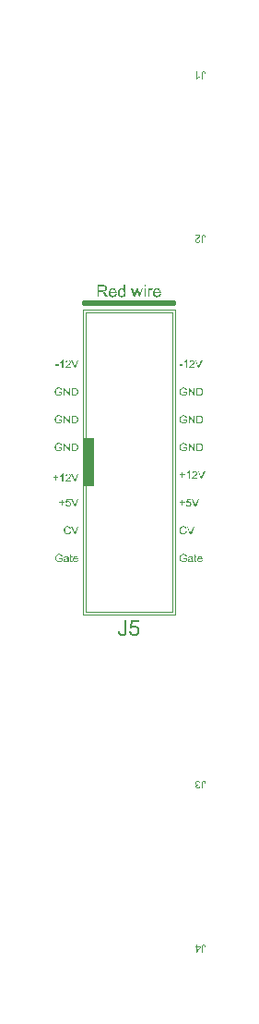
<source format=gto>
%FSLAX33Y33*%
%MOMM*%
%AMRR-H508000-W8636000-R152400-RO0.000*
21,1,8.3312,0.508,0.,0.,360*
21,1,8.636,0.2032,0.,0.,360*
1,1,0.3048,-4.1656,0.1016*
1,1,0.3048,4.1656,0.1016*
1,1,0.3048,4.1656,-0.1016*
1,1,0.3048,-4.1656,-0.1016*%
%ADD10C,0.1*%
%ADD11R,1.X4.5*%
%ADD12RR-H508000-W8636000-R152400-RO0.000*%
D10*
%LNtop silkscreen_traces*%
%LNtop silkscreen component 87c3aa100626532f*%
G01*
X3250Y36000D02*
X3250Y64000D01*
X11750Y64000*
X11750Y36000*
X3250Y36000*
X3500Y36250D02*
X3500Y63750D01*
X11500Y63750*
X11500Y36250*
X3500Y36250*
D11*
X3750Y50025D03*
D12*
X7500Y64605D03*
G36*
X6501Y34506D02*
X6672Y34530D01*
X6679Y34454D01*
X6691Y34392D01*
X6709Y34342D01*
X6734Y34305D01*
X6764Y34279D01*
X6799Y34260D01*
X6839Y34248D01*
X6885Y34245D01*
X6920Y34247D01*
X6952Y34253D01*
X6981Y34263D01*
X7008Y34277D01*
X7032Y34295D01*
X7052Y34316D01*
X7068Y34340D01*
X7080Y34366D01*
X7088Y34398D01*
X7094Y34439D01*
X7098Y34488D01*
X7099Y34545D01*
X7099Y35532D01*
X7289Y35532D01*
X7289Y34556D01*
X7286Y34471D01*
X7278Y34397D01*
X7264Y34332D01*
X7245Y34278D01*
X7220Y34231D01*
X7189Y34191D01*
X7151Y34156D01*
X7107Y34127D01*
X7058Y34105D01*
X7005Y34089D01*
X6948Y34079D01*
X6886Y34076D01*
X6797Y34082D01*
X6720Y34103D01*
X6653Y34137D01*
X6598Y34184D01*
X6554Y34245D01*
X6524Y34319D01*
X6506Y34406D01*
X6501Y34506D01*
X6501Y34506D01*
X7527Y34475D02*
X7711Y34491D01*
X7725Y34427D01*
X7746Y34373D01*
X7773Y34326D01*
X7807Y34288D01*
X7846Y34258D01*
X7889Y34237D01*
X7936Y34224D01*
X7987Y34220D01*
X8048Y34226D01*
X8104Y34244D01*
X8155Y34274D01*
X8202Y34316D01*
X8240Y34368D01*
X8268Y34427D01*
X8284Y34495D01*
X8290Y34570D01*
X8284Y34641D01*
X8268Y34704D01*
X8242Y34760D01*
X8205Y34807D01*
X8160Y34845D01*
X8108Y34872D01*
X8049Y34889D01*
X7984Y34894D01*
X7942Y34892D01*
X7903Y34884D01*
X7866Y34872D01*
X7831Y34855D01*
X7798Y34835D01*
X7770Y34811D01*
X7745Y34785D01*
X7723Y34755D01*
X7558Y34777D01*
X7697Y35512D01*
X8409Y35512D01*
X8409Y35344D01*
X7837Y35344D01*
X7760Y34959D01*
X7826Y34999D01*
X7892Y35027D01*
X7961Y35044D01*
X8031Y35049D01*
X8121Y35041D01*
X8204Y35017D01*
X8279Y34976D01*
X8347Y34919D01*
X8404Y34850D01*
X8444Y34771D01*
X8468Y34683D01*
X8476Y34585D01*
X8469Y34491D01*
X8448Y34404D01*
X8412Y34324D01*
X8363Y34249D01*
X8288Y34173D01*
X8200Y34119D01*
X8100Y34086D01*
X7987Y34076D01*
X7894Y34082D01*
X7809Y34103D01*
X7734Y34137D01*
X7668Y34185D01*
X7613Y34244D01*
X7571Y34312D01*
X7542Y34389D01*
X7527Y34475D01*
X7527Y34475D01*
X4613Y65138D02*
X4613Y66229D01*
X5097Y66229D01*
X5165Y66227D01*
X5225Y66222D01*
X5276Y66212D01*
X5319Y66200D01*
X5355Y66182D01*
X5387Y66159D01*
X5415Y66130D01*
X5440Y66096D01*
X5460Y66058D01*
X5474Y66017D01*
X5482Y65975D01*
X5485Y65931D01*
X5481Y65875D01*
X5466Y65824D01*
X5443Y65778D01*
X5410Y65736D01*
X5367Y65699D01*
X5314Y65670D01*
X5251Y65649D01*
X5215Y65642D01*
X5192Y65759D01*
X5223Y65768D01*
X5249Y65780D01*
X5272Y65795D01*
X5291Y65812D01*
X5307Y65833D01*
X5320Y65856D01*
X5329Y65880D01*
X5335Y65905D01*
X5336Y65931D01*
X5333Y65968D01*
X5322Y66002D01*
X5305Y66032D01*
X5280Y66059D01*
X5248Y66080D01*
X5208Y66096D01*
X5159Y66105D01*
X5103Y66108D01*
X4757Y66108D01*
X4757Y65747D01*
X4757Y65747D01*
X5068Y65747D01*
X5115Y65749D01*
X5156Y65753D01*
X5192Y65759D01*
X5215Y65642D01*
X5178Y65634D01*
X5205Y65621D01*
X5228Y65607D01*
X5248Y65593D01*
X5265Y65580D01*
X5296Y65549D01*
X5327Y65515D01*
X5356Y65477D01*
X5385Y65435D01*
X5575Y65138D01*
X5393Y65138D01*
X5249Y65365D01*
X5218Y65411D01*
X5191Y65452D01*
X5166Y65486D01*
X5144Y65515D01*
X5125Y65539D01*
X5106Y65560D01*
X5088Y65576D01*
X5071Y65588D01*
X5055Y65598D01*
X5038Y65606D01*
X5022Y65612D01*
X5005Y65617D01*
X4991Y65620D01*
X4973Y65621D01*
X4951Y65622D01*
X4925Y65622D01*
X4757Y65622D01*
X4757Y65138D01*
X4613Y65138D01*
X4613Y65138D01*
X6235Y65392D02*
X6374Y65375D01*
X6354Y65318D01*
X6327Y65268D01*
X6293Y65224D01*
X6252Y65187D01*
X6205Y65158D01*
X6152Y65137D01*
X6092Y65124D01*
X6026Y65120D01*
X5944Y65127D01*
X5871Y65147D01*
X5807Y65180D01*
X5751Y65227D01*
X5707Y65286D01*
X5675Y65355D01*
X5656Y65435D01*
X5650Y65526D01*
X5656Y65621D01*
X5675Y65704D01*
X5707Y65775D01*
X5752Y65836D01*
X5808Y65884D01*
X5870Y65919D01*
X5941Y65939D01*
X6019Y65946D01*
X6030Y65945D01*
X6020Y65836D01*
X5976Y65832D01*
X5935Y65821D01*
X5898Y65801D01*
X5865Y65774D01*
X5837Y65741D01*
X5816Y65702D01*
X5802Y65658D01*
X5796Y65609D01*
X5796Y65609D01*
X6237Y65609D01*
X6230Y65656D01*
X6220Y65696D01*
X6205Y65731D01*
X6186Y65759D01*
X6152Y65792D01*
X6113Y65817D01*
X6069Y65831D01*
X6020Y65836D01*
X6030Y65945D01*
X6094Y65939D01*
X6163Y65919D01*
X6224Y65885D01*
X6278Y65838D01*
X6322Y65779D01*
X6353Y65708D01*
X6372Y65627D01*
X6378Y65535D01*
X6378Y65528D01*
X6378Y65520D01*
X6378Y65510D01*
X6377Y65499D01*
X5788Y65499D01*
X5796Y65438D01*
X5810Y65384D01*
X5832Y65338D01*
X5862Y65299D01*
X5897Y65269D01*
X5936Y65248D01*
X5980Y65235D01*
X6027Y65230D01*
X6062Y65233D01*
X6095Y65240D01*
X6125Y65252D01*
X6153Y65269D01*
X6177Y65291D01*
X6199Y65319D01*
X6219Y65353D01*
X6235Y65392D01*
X6235Y65392D01*
X7055Y65138D02*
X7055Y65238D01*
X6994Y65300D01*
X6996Y65302D01*
X7022Y65343D01*
X7042Y65393D01*
X7053Y65452D01*
X7057Y65521D01*
X7053Y65597D01*
X7041Y65662D01*
X7022Y65716D01*
X6994Y65759D01*
X6961Y65793D01*
X6925Y65816D01*
X6884Y65831D01*
X6840Y65835D01*
X6798Y65831D01*
X6758Y65817D01*
X6723Y65794D01*
X6691Y65762D01*
X6665Y65721D01*
X6646Y65668D01*
X6635Y65606D01*
X6631Y65532D01*
X6631Y65532D01*
X6635Y65461D01*
X6647Y65400D01*
X6667Y65348D01*
X6695Y65305D01*
X6729Y65273D01*
X6765Y65249D01*
X6804Y65235D01*
X6846Y65230D01*
X6889Y65235D01*
X6928Y65248D01*
X6963Y65271D01*
X6994Y65300D01*
X7055Y65238D01*
X7013Y65186D01*
X6962Y65150D01*
X6902Y65127D01*
X6834Y65120D01*
X6787Y65123D01*
X6743Y65133D01*
X6700Y65149D01*
X6660Y65172D01*
X6623Y65201D01*
X6590Y65235D01*
X6561Y65274D01*
X6537Y65318D01*
X6518Y65366D01*
X6504Y65418D01*
X6496Y65473D01*
X6494Y65532D01*
X6496Y65590D01*
X6503Y65645D01*
X6516Y65698D01*
X6533Y65747D01*
X6555Y65792D01*
X6582Y65832D01*
X6614Y65866D01*
X6651Y65895D01*
X6692Y65917D01*
X6735Y65933D01*
X6780Y65943D01*
X6828Y65946D01*
X6862Y65944D01*
X6895Y65939D01*
X6926Y65929D01*
X6955Y65916D01*
X6982Y65900D01*
X7006Y65881D01*
X7027Y65861D01*
X7046Y65837D01*
X7046Y66229D01*
X7179Y66229D01*
X7179Y65138D01*
X7055Y65138D01*
X7055Y65138D01*
X7959Y65138D02*
X7717Y65928D01*
X7855Y65928D01*
X7981Y65472D01*
X8028Y65302D01*
X8032Y65317D01*
X8040Y65350D01*
X8052Y65399D01*
X8069Y65465D01*
X8195Y65928D01*
X8332Y65928D01*
X8451Y65470D01*
X8490Y65319D01*
X8536Y65471D01*
X8671Y65928D01*
X8801Y65928D01*
X8554Y65138D01*
X8415Y65138D01*
X8289Y65611D01*
X8259Y65746D01*
X8099Y65138D01*
X7959Y65138D01*
X7959Y65138D01*
X8914Y65138D02*
X8914Y65928D01*
X9048Y65928D01*
X9048Y65138D01*
X8914Y65138D01*
X8914Y65138D01*
X8914Y66075D02*
X8914Y66229D01*
X9048Y66229D01*
X9048Y66075D01*
X8914Y66075D01*
X8914Y66075D01*
X9251Y65138D02*
X9251Y65928D01*
X9371Y65928D01*
X9371Y65808D01*
X9394Y65847D01*
X9416Y65878D01*
X9436Y65902D01*
X9456Y65919D01*
X9476Y65931D01*
X9497Y65939D01*
X9519Y65944D01*
X9542Y65946D01*
X9576Y65943D01*
X9611Y65935D01*
X9645Y65922D01*
X9680Y65903D01*
X9634Y65779D01*
X9609Y65791D01*
X9585Y65800D01*
X9560Y65806D01*
X9536Y65808D01*
X9514Y65806D01*
X9494Y65801D01*
X9475Y65793D01*
X9457Y65781D01*
X9440Y65767D01*
X9427Y65750D01*
X9416Y65730D01*
X9407Y65708D01*
X9397Y65671D01*
X9390Y65633D01*
X9386Y65593D01*
X9385Y65552D01*
X9385Y65138D01*
X9251Y65138D01*
X9251Y65138D01*
X10301Y65392D02*
X10439Y65375D01*
X10419Y65318D01*
X10392Y65268D01*
X10358Y65224D01*
X10318Y65187D01*
X10270Y65158D01*
X10217Y65137D01*
X10157Y65124D01*
X10091Y65120D01*
X10009Y65127D01*
X9936Y65147D01*
X9872Y65180D01*
X9816Y65227D01*
X9772Y65286D01*
X9740Y65355D01*
X9721Y65435D01*
X9715Y65526D01*
X9721Y65621D01*
X9741Y65704D01*
X9773Y65775D01*
X9818Y65836D01*
X9873Y65884D01*
X9936Y65919D01*
X10006Y65939D01*
X10084Y65946D01*
X10095Y65945D01*
X10085Y65836D01*
X10041Y65832D01*
X10001Y65821D01*
X9964Y65801D01*
X9930Y65774D01*
X9902Y65741D01*
X9882Y65702D01*
X9868Y65658D01*
X9861Y65609D01*
X9861Y65609D01*
X10302Y65609D01*
X10296Y65656D01*
X10285Y65696D01*
X10270Y65731D01*
X10251Y65759D01*
X10217Y65792D01*
X10178Y65817D01*
X10134Y65831D01*
X10085Y65836D01*
X10095Y65945D01*
X10160Y65939D01*
X10228Y65919D01*
X10289Y65885D01*
X10343Y65838D01*
X10387Y65779D01*
X10418Y65708D01*
X10437Y65627D01*
X10443Y65535D01*
X10443Y65528D01*
X10443Y65520D01*
X10443Y65510D01*
X10443Y65499D01*
X9853Y65499D01*
X9861Y65438D01*
X9875Y65384D01*
X9898Y65338D01*
X9927Y65299D01*
X9962Y65269D01*
X10001Y65248D01*
X10045Y65235D01*
X10092Y65230D01*
X10128Y65233D01*
X10160Y65240D01*
X10191Y65252D01*
X10218Y65269D01*
X10243Y65291D01*
X10265Y65319D01*
X10284Y65353D01*
X10301Y65392D01*
X10301Y65392D01*
X12529Y41141D02*
X12529Y41227D01*
X12837Y41227D01*
X12837Y40957D01*
X12801Y40931D01*
X12765Y40908D01*
X12728Y40888D01*
X12690Y40872D01*
X12652Y40860D01*
X12614Y40851D01*
X12575Y40845D01*
X12536Y40844D01*
X12483Y40846D01*
X12433Y40855D01*
X12386Y40869D01*
X12341Y40889D01*
X12300Y40915D01*
X12264Y40946D01*
X12234Y40981D01*
X12209Y41022D01*
X12189Y41067D01*
X12175Y41114D01*
X12167Y41164D01*
X12164Y41216D01*
X12167Y41268D01*
X12175Y41319D01*
X12189Y41367D01*
X12208Y41414D01*
X12233Y41457D01*
X12263Y41495D01*
X12297Y41526D01*
X12336Y41551D01*
X12379Y41571D01*
X12426Y41585D01*
X12475Y41593D01*
X12528Y41596D01*
X12567Y41594D01*
X12603Y41589D01*
X12638Y41581D01*
X12671Y41570D01*
X12701Y41556D01*
X12728Y41540D01*
X12751Y41521D01*
X12771Y41499D01*
X12788Y41474D01*
X12803Y41446D01*
X12815Y41415D01*
X12826Y41380D01*
X12739Y41356D01*
X12730Y41382D01*
X12721Y41406D01*
X12710Y41426D01*
X12698Y41443D01*
X12685Y41458D01*
X12669Y41472D01*
X12650Y41484D01*
X12629Y41494D01*
X12606Y41503D01*
X12581Y41509D01*
X12556Y41512D01*
X12529Y41513D01*
X12497Y41512D01*
X12467Y41508D01*
X12440Y41502D01*
X12415Y41493D01*
X12392Y41482D01*
X12371Y41470D01*
X12353Y41456D01*
X12337Y41440D01*
X12323Y41424D01*
X12311Y41406D01*
X12300Y41388D01*
X12291Y41368D01*
X12279Y41334D01*
X12270Y41298D01*
X12265Y41261D01*
X12263Y41222D01*
X12265Y41175D01*
X12272Y41133D01*
X12282Y41094D01*
X12297Y41059D01*
X12315Y41029D01*
X12338Y41002D01*
X12364Y40980D01*
X12394Y40962D01*
X12427Y40948D01*
X12460Y40938D01*
X12495Y40932D01*
X12530Y40930D01*
X12561Y40932D01*
X12592Y40936D01*
X12622Y40944D01*
X12652Y40954D01*
X12680Y40967D01*
X12705Y40979D01*
X12725Y40992D01*
X12743Y41006D01*
X12743Y41141D01*
X12529Y41141D01*
X12529Y41141D01*
X13311Y40921D02*
X13286Y40901D01*
X13283Y40899D01*
X13249Y40949D01*
X13265Y40963D01*
X13278Y40980D01*
X13289Y40998D01*
X13296Y41015D01*
X13300Y41036D01*
X13303Y41060D01*
X13304Y41088D01*
X13304Y41120D01*
X13304Y41120D01*
X13276Y41111D01*
X13243Y41102D01*
X13203Y41094D01*
X13158Y41087D01*
X13132Y41083D01*
X13111Y41078D01*
X13093Y41074D01*
X13080Y41069D01*
X13069Y41063D01*
X13060Y41057D01*
X13052Y41049D01*
X13045Y41040D01*
X13039Y41030D01*
X13035Y41020D01*
X13033Y41009D01*
X13032Y40997D01*
X13034Y40980D01*
X13039Y40965D01*
X13047Y40951D01*
X13059Y40938D01*
X13074Y40927D01*
X13093Y40920D01*
X13114Y40916D01*
X13138Y40914D01*
X13164Y40915D01*
X13187Y40920D01*
X13209Y40927D01*
X13230Y40937D01*
X13249Y40949D01*
X13283Y40899D01*
X13262Y40885D01*
X13239Y40872D01*
X13216Y40861D01*
X13192Y40854D01*
X13168Y40848D01*
X13143Y40845D01*
X13117Y40844D01*
X13076Y40847D01*
X13040Y40855D01*
X13009Y40868D01*
X12984Y40887D01*
X12963Y40909D01*
X12949Y40935D01*
X12940Y40963D01*
X12937Y40995D01*
X12938Y41014D01*
X12941Y41032D01*
X12947Y41049D01*
X12955Y41066D01*
X12964Y41081D01*
X12975Y41094D01*
X12987Y41106D01*
X13001Y41117D01*
X13015Y41126D01*
X13031Y41134D01*
X13048Y41141D01*
X13065Y41146D01*
X13080Y41150D01*
X13098Y41153D01*
X13120Y41156D01*
X13144Y41160D01*
X13195Y41166D01*
X13238Y41174D01*
X13275Y41182D01*
X13304Y41190D01*
X13304Y41199D01*
X13304Y41205D01*
X13304Y41210D01*
X13304Y41214D01*
X13303Y41239D01*
X13298Y41260D01*
X13290Y41277D01*
X13279Y41291D01*
X13260Y41304D01*
X13236Y41313D01*
X13209Y41319D01*
X13177Y41321D01*
X13148Y41319D01*
X13122Y41315D01*
X13101Y41308D01*
X13084Y41299D01*
X13070Y41286D01*
X13058Y41268D01*
X13048Y41247D01*
X13040Y41221D01*
X12952Y41233D01*
X12959Y41259D01*
X12968Y41283D01*
X12979Y41304D01*
X12992Y41323D01*
X13007Y41339D01*
X13025Y41354D01*
X13046Y41366D01*
X13070Y41376D01*
X13097Y41384D01*
X13126Y41390D01*
X13157Y41394D01*
X13190Y41395D01*
X13222Y41394D01*
X13251Y41391D01*
X13277Y41386D01*
X13300Y41379D01*
X13319Y41370D01*
X13336Y41361D01*
X13350Y41350D01*
X13362Y41339D01*
X13371Y41326D01*
X13379Y41312D01*
X13385Y41296D01*
X13389Y41278D01*
X13391Y41264D01*
X13393Y41246D01*
X13394Y41223D01*
X13394Y41196D01*
X13394Y41077D01*
X13394Y41020D01*
X13395Y40975D01*
X13397Y40941D01*
X13400Y40919D01*
X13403Y40903D01*
X13408Y40887D01*
X13414Y40871D01*
X13422Y40856D01*
X13329Y40856D01*
X13323Y40870D01*
X13318Y40886D01*
X13314Y40903D01*
X13311Y40921D01*
X13311Y40921D01*
X13727Y40936D02*
X13740Y40857D01*
X13722Y40854D01*
X13704Y40851D01*
X13688Y40850D01*
X13673Y40849D01*
X13650Y40850D01*
X13630Y40853D01*
X13612Y40858D01*
X13597Y40864D01*
X13585Y40873D01*
X13574Y40882D01*
X13566Y40893D01*
X13560Y40905D01*
X13555Y40921D01*
X13551Y40944D01*
X13549Y40974D01*
X13549Y41010D01*
X13549Y41313D01*
X13483Y41313D01*
X13483Y41383D01*
X13549Y41383D01*
X13549Y41513D01*
X13638Y41567D01*
X13638Y41383D01*
X13727Y41383D01*
X13727Y41313D01*
X13638Y41313D01*
X13638Y41005D01*
X13638Y40988D01*
X13639Y40974D01*
X13640Y40963D01*
X13642Y40956D01*
X13645Y40951D01*
X13648Y40946D01*
X13653Y40942D01*
X13658Y40939D01*
X13664Y40936D01*
X13671Y40934D01*
X13679Y40933D01*
X13688Y40932D01*
X13696Y40933D01*
X13705Y40933D01*
X13716Y40934D01*
X13727Y40936D01*
X13727Y40936D01*
X14175Y41026D02*
X14268Y41014D01*
X14254Y40976D01*
X14236Y40942D01*
X14214Y40913D01*
X14187Y40889D01*
X14155Y40869D01*
X14119Y40855D01*
X14080Y40847D01*
X14036Y40844D01*
X13981Y40849D01*
X13932Y40862D01*
X13889Y40884D01*
X13853Y40915D01*
X13823Y40954D01*
X13802Y41001D01*
X13789Y41054D01*
X13785Y41115D01*
X13789Y41178D01*
X13802Y41233D01*
X13823Y41281D01*
X13853Y41321D01*
X13890Y41353D01*
X13932Y41376D01*
X13979Y41390D01*
X14031Y41395D01*
X14038Y41394D01*
X14032Y41321D01*
X14002Y41319D01*
X13975Y41311D01*
X13951Y41298D01*
X13928Y41280D01*
X13910Y41258D01*
X13896Y41232D01*
X13887Y41203D01*
X13882Y41170D01*
X13882Y41170D01*
X14176Y41170D01*
X14172Y41201D01*
X14165Y41228D01*
X14155Y41251D01*
X14143Y41270D01*
X14120Y41292D01*
X14094Y41308D01*
X14064Y41318D01*
X14032Y41321D01*
X14038Y41394D01*
X14081Y41390D01*
X14127Y41377D01*
X14168Y41354D01*
X14204Y41323D01*
X14233Y41283D01*
X14254Y41236D01*
X14266Y41182D01*
X14271Y41120D01*
X14270Y41116D01*
X14270Y41110D01*
X14270Y41104D01*
X14270Y41097D01*
X13877Y41097D01*
X13882Y41056D01*
X13892Y41020D01*
X13907Y40989D01*
X13926Y40964D01*
X13950Y40943D01*
X13976Y40929D01*
X14005Y40920D01*
X14036Y40918D01*
X14060Y40919D01*
X14082Y40924D01*
X14102Y40932D01*
X14120Y40943D01*
X14137Y40958D01*
X14151Y40977D01*
X14164Y40999D01*
X14175Y41026D01*
X14175Y41026D01*
X12707Y43651D02*
X12804Y43627D01*
X12785Y43571D01*
X12761Y43522D01*
X12731Y43481D01*
X12695Y43446D01*
X12653Y43419D01*
X12607Y43399D01*
X12557Y43387D01*
X12502Y43384D01*
X12446Y43387D01*
X12396Y43396D01*
X12351Y43411D01*
X12311Y43431D01*
X12277Y43458D01*
X12246Y43490D01*
X12220Y43527D01*
X12199Y43570D01*
X12182Y43616D01*
X12170Y43664D01*
X12163Y43714D01*
X12161Y43765D01*
X12163Y43820D01*
X12171Y43871D01*
X12185Y43919D01*
X12204Y43963D01*
X12228Y44003D01*
X12257Y44038D01*
X12290Y44067D01*
X12328Y44092D01*
X12369Y44111D01*
X12412Y44125D01*
X12457Y44133D01*
X12504Y44136D01*
X12556Y44132D01*
X12604Y44122D01*
X12648Y44104D01*
X12687Y44080D01*
X12722Y44050D01*
X12751Y44013D01*
X12774Y43971D01*
X12791Y43924D01*
X12696Y43902D01*
X12682Y43939D01*
X12665Y43970D01*
X12646Y43996D01*
X12623Y44017D01*
X12597Y44033D01*
X12569Y44044D01*
X12537Y44051D01*
X12502Y44053D01*
X12462Y44051D01*
X12425Y44043D01*
X12392Y44031D01*
X12362Y44013D01*
X12336Y43991D01*
X12314Y43966D01*
X12296Y43937D01*
X12283Y43905D01*
X12273Y43871D01*
X12266Y43836D01*
X12261Y43801D01*
X12260Y43766D01*
X12262Y43721D01*
X12267Y43679D01*
X12275Y43640D01*
X12287Y43604D01*
X12302Y43571D01*
X12321Y43543D01*
X12344Y43519D01*
X12371Y43500D01*
X12400Y43485D01*
X12430Y43475D01*
X12462Y43468D01*
X12494Y43466D01*
X12533Y43469D01*
X12569Y43478D01*
X12602Y43492D01*
X12631Y43513D01*
X12657Y43539D01*
X12678Y43571D01*
X12695Y43608D01*
X12707Y43651D01*
X12707Y43651D01*
X13130Y43396D02*
X12848Y44123D01*
X12952Y44123D01*
X13141Y43595D01*
X13152Y43564D01*
X13162Y43533D01*
X13171Y43504D01*
X13180Y43476D01*
X13188Y43506D01*
X13198Y43535D01*
X13208Y43565D01*
X13219Y43595D01*
X13415Y44123D01*
X13513Y44123D01*
X13229Y43396D01*
X13130Y43396D01*
X13130Y43396D01*
X12364Y46054D02*
X12364Y46253D01*
X12167Y46253D01*
X12167Y46336D01*
X12364Y46336D01*
X12364Y46534D01*
X12449Y46534D01*
X12449Y46336D01*
X12647Y46336D01*
X12647Y46253D01*
X12449Y46253D01*
X12449Y46054D01*
X12364Y46054D01*
X12364Y46054D01*
X12746Y46127D02*
X12839Y46134D01*
X12846Y46102D01*
X12857Y46074D01*
X12870Y46051D01*
X12888Y46031D01*
X12908Y46016D01*
X12930Y46006D01*
X12953Y45999D01*
X12979Y45997D01*
X13010Y46000D01*
X13039Y46009D01*
X13065Y46024D01*
X13088Y46046D01*
X13108Y46072D01*
X13122Y46102D01*
X13130Y46136D01*
X13133Y46175D01*
X13130Y46211D01*
X13122Y46243D01*
X13109Y46271D01*
X13090Y46295D01*
X13067Y46314D01*
X13041Y46328D01*
X13011Y46337D01*
X12978Y46339D01*
X12957Y46338D01*
X12937Y46334D01*
X12918Y46328D01*
X12900Y46320D01*
X12883Y46309D01*
X12869Y46297D01*
X12856Y46284D01*
X12845Y46269D01*
X12761Y46280D01*
X12832Y46653D01*
X13193Y46653D01*
X13193Y46568D01*
X12903Y46568D01*
X12864Y46373D01*
X12897Y46393D01*
X12931Y46407D01*
X12966Y46415D01*
X13001Y46418D01*
X13047Y46414D01*
X13089Y46402D01*
X13128Y46381D01*
X13162Y46352D01*
X13191Y46317D01*
X13211Y46277D01*
X13224Y46232D01*
X13228Y46183D01*
X13224Y46135D01*
X13213Y46091D01*
X13195Y46050D01*
X13170Y46012D01*
X13132Y45973D01*
X13087Y45946D01*
X13037Y45929D01*
X12979Y45924D01*
X12932Y45927D01*
X12889Y45937D01*
X12851Y45955D01*
X12817Y45979D01*
X12789Y46009D01*
X12768Y46044D01*
X12753Y46083D01*
X12746Y46127D01*
X12746Y46127D01*
X13555Y45936D02*
X13273Y46663D01*
X13377Y46663D01*
X13566Y46135D01*
X13577Y46104D01*
X13587Y46073D01*
X13596Y46044D01*
X13604Y46016D01*
X13613Y46046D01*
X13622Y46075D01*
X13633Y46105D01*
X13643Y46135D01*
X13840Y46663D01*
X13938Y46663D01*
X13653Y45936D01*
X13555Y45936D01*
X13555Y45936D01*
X12364Y48594D02*
X12364Y48793D01*
X12167Y48793D01*
X12167Y48876D01*
X12364Y48876D01*
X12364Y49074D01*
X12449Y49074D01*
X12449Y48876D01*
X12647Y48876D01*
X12647Y48793D01*
X12449Y48793D01*
X12449Y48594D01*
X12364Y48594D01*
X12364Y48594D01*
X13082Y48476D02*
X12993Y48476D01*
X12993Y49045D01*
X12975Y49030D01*
X12955Y49014D01*
X12933Y48999D01*
X12908Y48984D01*
X12882Y48969D01*
X12858Y48957D01*
X12835Y48946D01*
X12814Y48937D01*
X12814Y49024D01*
X12850Y49042D01*
X12884Y49063D01*
X12916Y49085D01*
X12945Y49109D01*
X12971Y49134D01*
X12993Y49158D01*
X13011Y49182D01*
X13024Y49206D01*
X13082Y49206D01*
X13082Y48476D01*
X13082Y48476D01*
X13780Y48562D02*
X13780Y48476D01*
X13299Y48476D01*
X13299Y48492D01*
X13301Y48508D01*
X13305Y48523D01*
X13310Y48538D01*
X13320Y48562D01*
X13333Y48587D01*
X13350Y48611D01*
X13368Y48635D01*
X13391Y48659D01*
X13418Y48686D01*
X13449Y48715D01*
X13485Y48745D01*
X13540Y48791D01*
X13585Y48832D01*
X13620Y48868D01*
X13645Y48899D01*
X13664Y48927D01*
X13677Y48954D01*
X13684Y48981D01*
X13687Y49006D01*
X13685Y49032D01*
X13678Y49055D01*
X13666Y49077D01*
X13649Y49096D01*
X13629Y49112D01*
X13605Y49123D01*
X13579Y49130D01*
X13550Y49132D01*
X13520Y49130D01*
X13492Y49123D01*
X13468Y49111D01*
X13447Y49094D01*
X13430Y49072D01*
X13418Y49047D01*
X13410Y49019D01*
X13408Y48986D01*
X13316Y48996D01*
X13324Y49044D01*
X13338Y49086D01*
X13359Y49122D01*
X13387Y49152D01*
X13420Y49176D01*
X13459Y49193D01*
X13503Y49203D01*
X13552Y49206D01*
X13602Y49203D01*
X13646Y49192D01*
X13685Y49174D01*
X13718Y49148D01*
X13745Y49117D01*
X13764Y49083D01*
X13775Y49046D01*
X13779Y49004D01*
X13778Y48983D01*
X13774Y48961D01*
X13769Y48940D01*
X13761Y48919D01*
X13751Y48897D01*
X13737Y48875D01*
X13721Y48853D01*
X13702Y48830D01*
X13678Y48804D01*
X13647Y48774D01*
X13609Y48740D01*
X13564Y48702D01*
X13527Y48671D01*
X13498Y48645D01*
X13476Y48625D01*
X13461Y48610D01*
X13450Y48598D01*
X13440Y48586D01*
X13431Y48574D01*
X13423Y48562D01*
X13780Y48562D01*
X13780Y48562D01*
X14120Y48476D02*
X13838Y49203D01*
X13942Y49203D01*
X14131Y48675D01*
X14142Y48644D01*
X14152Y48613D01*
X14161Y48584D01*
X14169Y48556D01*
X14178Y48586D01*
X14188Y48615D01*
X14198Y48645D01*
X14209Y48675D01*
X14405Y49203D01*
X14503Y49203D01*
X14218Y48476D01*
X14120Y48476D01*
X14120Y48476D01*
X12142Y58854D02*
X12142Y58944D01*
X12417Y58944D01*
X12417Y58854D01*
X12142Y58854D01*
X12142Y58854D01*
X12827Y58636D02*
X12738Y58636D01*
X12738Y59205D01*
X12720Y59190D01*
X12700Y59174D01*
X12678Y59159D01*
X12653Y59144D01*
X12627Y59129D01*
X12603Y59117D01*
X12580Y59106D01*
X12559Y59097D01*
X12559Y59184D01*
X12595Y59202D01*
X12629Y59223D01*
X12661Y59245D01*
X12690Y59269D01*
X12716Y59294D01*
X12738Y59318D01*
X12756Y59342D01*
X12769Y59366D01*
X12827Y59366D01*
X12827Y58636D01*
X12827Y58636D01*
X13525Y58722D02*
X13525Y58636D01*
X13044Y58636D01*
X13044Y58652D01*
X13046Y58668D01*
X13050Y58683D01*
X13055Y58698D01*
X13065Y58722D01*
X13078Y58747D01*
X13095Y58771D01*
X13113Y58795D01*
X13136Y58819D01*
X13163Y58846D01*
X13194Y58875D01*
X13230Y58905D01*
X13285Y58951D01*
X13330Y58992D01*
X13365Y59028D01*
X13390Y59059D01*
X13409Y59087D01*
X13422Y59114D01*
X13429Y59141D01*
X13432Y59166D01*
X13430Y59192D01*
X13423Y59215D01*
X13411Y59237D01*
X13394Y59256D01*
X13374Y59272D01*
X13350Y59283D01*
X13324Y59290D01*
X13295Y59292D01*
X13265Y59290D01*
X13237Y59283D01*
X13213Y59271D01*
X13192Y59254D01*
X13175Y59232D01*
X13163Y59207D01*
X13155Y59179D01*
X13153Y59146D01*
X13061Y59156D01*
X13069Y59204D01*
X13083Y59246D01*
X13104Y59282D01*
X13132Y59312D01*
X13165Y59336D01*
X13204Y59353D01*
X13248Y59363D01*
X13297Y59366D01*
X13347Y59363D01*
X13391Y59352D01*
X13430Y59334D01*
X13463Y59308D01*
X13490Y59277D01*
X13509Y59243D01*
X13520Y59206D01*
X13524Y59164D01*
X13523Y59143D01*
X13519Y59121D01*
X13514Y59100D01*
X13506Y59079D01*
X13496Y59057D01*
X13482Y59035D01*
X13466Y59013D01*
X13447Y58990D01*
X13423Y58964D01*
X13392Y58934D01*
X13354Y58900D01*
X13309Y58862D01*
X13272Y58831D01*
X13243Y58805D01*
X13221Y58785D01*
X13206Y58770D01*
X13195Y58758D01*
X13185Y58746D01*
X13176Y58734D01*
X13168Y58722D01*
X13525Y58722D01*
X13525Y58722D01*
X13865Y58636D02*
X13583Y59363D01*
X13687Y59363D01*
X13876Y58835D01*
X13887Y58804D01*
X13897Y58773D01*
X13906Y58744D01*
X13914Y58716D01*
X13923Y58746D01*
X13933Y58775D01*
X13943Y58805D01*
X13953Y58835D01*
X14150Y59363D01*
X14248Y59363D01*
X13963Y58636D01*
X13865Y58636D01*
X13865Y58636D01*
X12529Y56381D02*
X12529Y56467D01*
X12837Y56467D01*
X12837Y56197D01*
X12801Y56171D01*
X12765Y56148D01*
X12728Y56128D01*
X12690Y56112D01*
X12652Y56100D01*
X12614Y56091D01*
X12575Y56085D01*
X12536Y56084D01*
X12483Y56086D01*
X12433Y56095D01*
X12386Y56109D01*
X12341Y56129D01*
X12300Y56155D01*
X12264Y56186D01*
X12234Y56221D01*
X12209Y56262D01*
X12189Y56307D01*
X12175Y56354D01*
X12167Y56404D01*
X12164Y56456D01*
X12167Y56508D01*
X12175Y56559D01*
X12189Y56607D01*
X12208Y56654D01*
X12233Y56697D01*
X12263Y56735D01*
X12297Y56766D01*
X12336Y56791D01*
X12379Y56811D01*
X12426Y56825D01*
X12475Y56833D01*
X12528Y56836D01*
X12567Y56834D01*
X12603Y56829D01*
X12638Y56821D01*
X12671Y56810D01*
X12701Y56796D01*
X12728Y56780D01*
X12751Y56761D01*
X12771Y56739D01*
X12788Y56714D01*
X12803Y56686D01*
X12815Y56655D01*
X12826Y56620D01*
X12739Y56596D01*
X12730Y56622D01*
X12721Y56646D01*
X12710Y56666D01*
X12698Y56683D01*
X12685Y56698D01*
X12669Y56712D01*
X12650Y56724D01*
X12629Y56734D01*
X12606Y56743D01*
X12581Y56749D01*
X12556Y56752D01*
X12529Y56753D01*
X12497Y56752D01*
X12467Y56748D01*
X12440Y56742D01*
X12415Y56733D01*
X12392Y56722D01*
X12371Y56710D01*
X12353Y56696D01*
X12337Y56680D01*
X12323Y56664D01*
X12311Y56646D01*
X12300Y56628D01*
X12291Y56608D01*
X12279Y56574D01*
X12270Y56538D01*
X12265Y56501D01*
X12263Y56462D01*
X12265Y56415D01*
X12272Y56373D01*
X12282Y56334D01*
X12297Y56299D01*
X12315Y56269D01*
X12338Y56242D01*
X12364Y56220D01*
X12394Y56202D01*
X12427Y56188D01*
X12460Y56178D01*
X12495Y56172D01*
X12530Y56170D01*
X12561Y56172D01*
X12592Y56176D01*
X12622Y56184D01*
X12652Y56194D01*
X12680Y56207D01*
X12705Y56219D01*
X12725Y56232D01*
X12743Y56246D01*
X12743Y56381D01*
X12529Y56381D01*
X12529Y56381D01*
X12978Y56096D02*
X12978Y56823D01*
X13076Y56823D01*
X13458Y56252D01*
X13458Y56823D01*
X13551Y56823D01*
X13551Y56096D01*
X13452Y56096D01*
X13070Y56667D01*
X13070Y56096D01*
X12978Y56096D01*
X12978Y56096D01*
X13712Y56096D02*
X13712Y56823D01*
X13961Y56823D01*
X13961Y56737D01*
X13809Y56737D01*
X13809Y56182D01*
X13809Y56182D01*
X13964Y56182D01*
X13998Y56183D01*
X14028Y56185D01*
X14054Y56189D01*
X14077Y56195D01*
X14096Y56203D01*
X14114Y56211D01*
X14129Y56221D01*
X14142Y56233D01*
X14158Y56252D01*
X14172Y56273D01*
X14185Y56298D01*
X14195Y56325D01*
X14204Y56355D01*
X14210Y56389D01*
X14213Y56425D01*
X14214Y56465D01*
X14212Y56519D01*
X14205Y56566D01*
X14193Y56607D01*
X14177Y56640D01*
X14157Y56669D01*
X14136Y56692D01*
X14112Y56710D01*
X14086Y56723D01*
X14064Y56729D01*
X14035Y56734D01*
X14001Y56737D01*
X13961Y56737D01*
X13961Y56823D01*
X13963Y56823D01*
X14003Y56823D01*
X14038Y56821D01*
X14068Y56817D01*
X14092Y56813D01*
X14123Y56804D01*
X14150Y56793D01*
X14176Y56778D01*
X14199Y56761D01*
X14226Y56735D01*
X14249Y56705D01*
X14269Y56673D01*
X14285Y56636D01*
X14298Y56597D01*
X14307Y56555D01*
X14312Y56511D01*
X14314Y56464D01*
X14312Y56423D01*
X14309Y56385D01*
X14303Y56350D01*
X14294Y56317D01*
X14284Y56286D01*
X14272Y56258D01*
X14259Y56233D01*
X14245Y56211D01*
X14229Y56191D01*
X14213Y56173D01*
X14196Y56158D01*
X14178Y56145D01*
X14160Y56134D01*
X14139Y56124D01*
X14116Y56115D01*
X14092Y56108D01*
X14065Y56103D01*
X14037Y56099D01*
X14007Y56097D01*
X13975Y56096D01*
X13712Y56096D01*
X13712Y56096D01*
X12529Y53841D02*
X12529Y53927D01*
X12837Y53927D01*
X12837Y53657D01*
X12801Y53631D01*
X12765Y53608D01*
X12728Y53588D01*
X12690Y53572D01*
X12652Y53560D01*
X12614Y53551D01*
X12575Y53545D01*
X12536Y53544D01*
X12483Y53546D01*
X12433Y53555D01*
X12386Y53569D01*
X12341Y53589D01*
X12300Y53615D01*
X12264Y53646D01*
X12234Y53681D01*
X12209Y53722D01*
X12189Y53767D01*
X12175Y53814D01*
X12167Y53864D01*
X12164Y53916D01*
X12167Y53968D01*
X12175Y54019D01*
X12189Y54067D01*
X12208Y54114D01*
X12233Y54157D01*
X12263Y54195D01*
X12297Y54226D01*
X12336Y54251D01*
X12379Y54271D01*
X12426Y54285D01*
X12475Y54293D01*
X12528Y54296D01*
X12567Y54294D01*
X12603Y54289D01*
X12638Y54281D01*
X12671Y54270D01*
X12701Y54256D01*
X12728Y54240D01*
X12751Y54221D01*
X12771Y54199D01*
X12788Y54174D01*
X12803Y54146D01*
X12815Y54115D01*
X12826Y54080D01*
X12739Y54056D01*
X12730Y54082D01*
X12721Y54106D01*
X12710Y54126D01*
X12698Y54143D01*
X12685Y54158D01*
X12669Y54172D01*
X12650Y54184D01*
X12629Y54194D01*
X12606Y54203D01*
X12581Y54209D01*
X12556Y54212D01*
X12529Y54213D01*
X12497Y54212D01*
X12467Y54208D01*
X12440Y54202D01*
X12415Y54193D01*
X12392Y54182D01*
X12371Y54170D01*
X12353Y54156D01*
X12337Y54140D01*
X12323Y54124D01*
X12311Y54106D01*
X12300Y54088D01*
X12291Y54068D01*
X12279Y54034D01*
X12270Y53998D01*
X12265Y53961D01*
X12263Y53922D01*
X12265Y53875D01*
X12272Y53833D01*
X12282Y53794D01*
X12297Y53759D01*
X12315Y53729D01*
X12338Y53702D01*
X12364Y53680D01*
X12394Y53662D01*
X12427Y53648D01*
X12460Y53638D01*
X12495Y53632D01*
X12530Y53630D01*
X12561Y53632D01*
X12592Y53636D01*
X12622Y53644D01*
X12652Y53654D01*
X12680Y53667D01*
X12705Y53679D01*
X12725Y53692D01*
X12743Y53706D01*
X12743Y53841D01*
X12529Y53841D01*
X12529Y53841D01*
X12978Y53556D02*
X12978Y54283D01*
X13076Y54283D01*
X13458Y53712D01*
X13458Y54283D01*
X13551Y54283D01*
X13551Y53556D01*
X13452Y53556D01*
X13070Y54127D01*
X13070Y53556D01*
X12978Y53556D01*
X12978Y53556D01*
X13712Y53556D02*
X13712Y54283D01*
X13961Y54283D01*
X13961Y54197D01*
X13809Y54197D01*
X13809Y53642D01*
X13809Y53642D01*
X13964Y53642D01*
X13998Y53643D01*
X14028Y53645D01*
X14054Y53649D01*
X14077Y53655D01*
X14096Y53663D01*
X14114Y53671D01*
X14129Y53681D01*
X14142Y53693D01*
X14158Y53712D01*
X14172Y53733D01*
X14185Y53758D01*
X14195Y53785D01*
X14204Y53815D01*
X14210Y53849D01*
X14213Y53885D01*
X14214Y53925D01*
X14212Y53979D01*
X14205Y54026D01*
X14193Y54067D01*
X14177Y54100D01*
X14157Y54129D01*
X14136Y54152D01*
X14112Y54170D01*
X14086Y54183D01*
X14064Y54189D01*
X14035Y54194D01*
X14001Y54197D01*
X13961Y54197D01*
X13961Y54283D01*
X13963Y54283D01*
X14003Y54283D01*
X14038Y54281D01*
X14068Y54277D01*
X14092Y54273D01*
X14123Y54264D01*
X14150Y54253D01*
X14176Y54238D01*
X14199Y54221D01*
X14226Y54195D01*
X14249Y54165D01*
X14269Y54133D01*
X14285Y54096D01*
X14298Y54057D01*
X14307Y54015D01*
X14312Y53971D01*
X14314Y53924D01*
X14312Y53883D01*
X14309Y53845D01*
X14303Y53810D01*
X14294Y53777D01*
X14284Y53746D01*
X14272Y53718D01*
X14259Y53693D01*
X14245Y53671D01*
X14229Y53651D01*
X14213Y53633D01*
X14196Y53618D01*
X14178Y53605D01*
X14160Y53594D01*
X14139Y53584D01*
X14116Y53575D01*
X14092Y53568D01*
X14065Y53563D01*
X14037Y53559D01*
X14007Y53557D01*
X13975Y53556D01*
X13712Y53556D01*
X13712Y53556D01*
X12529Y51301D02*
X12529Y51387D01*
X12837Y51387D01*
X12837Y51117D01*
X12801Y51091D01*
X12765Y51068D01*
X12728Y51048D01*
X12690Y51032D01*
X12652Y51020D01*
X12614Y51011D01*
X12575Y51005D01*
X12536Y51004D01*
X12483Y51006D01*
X12433Y51015D01*
X12386Y51029D01*
X12341Y51049D01*
X12300Y51075D01*
X12264Y51106D01*
X12234Y51141D01*
X12209Y51182D01*
X12189Y51227D01*
X12175Y51274D01*
X12167Y51324D01*
X12164Y51376D01*
X12167Y51428D01*
X12175Y51479D01*
X12189Y51527D01*
X12208Y51574D01*
X12233Y51617D01*
X12263Y51655D01*
X12297Y51686D01*
X12336Y51711D01*
X12379Y51731D01*
X12426Y51745D01*
X12475Y51753D01*
X12528Y51756D01*
X12567Y51754D01*
X12603Y51749D01*
X12638Y51741D01*
X12671Y51730D01*
X12701Y51716D01*
X12728Y51700D01*
X12751Y51681D01*
X12771Y51659D01*
X12788Y51634D01*
X12803Y51606D01*
X12815Y51575D01*
X12826Y51540D01*
X12739Y51516D01*
X12730Y51542D01*
X12721Y51566D01*
X12710Y51586D01*
X12698Y51603D01*
X12685Y51618D01*
X12669Y51632D01*
X12650Y51644D01*
X12629Y51654D01*
X12606Y51663D01*
X12581Y51669D01*
X12556Y51672D01*
X12529Y51673D01*
X12497Y51672D01*
X12467Y51668D01*
X12440Y51662D01*
X12415Y51653D01*
X12392Y51642D01*
X12371Y51630D01*
X12353Y51616D01*
X12337Y51600D01*
X12323Y51584D01*
X12311Y51566D01*
X12300Y51548D01*
X12291Y51528D01*
X12279Y51494D01*
X12270Y51458D01*
X12265Y51421D01*
X12263Y51382D01*
X12265Y51335D01*
X12272Y51293D01*
X12282Y51254D01*
X12297Y51219D01*
X12315Y51189D01*
X12338Y51162D01*
X12364Y51140D01*
X12394Y51122D01*
X12427Y51108D01*
X12460Y51098D01*
X12495Y51092D01*
X12530Y51090D01*
X12561Y51092D01*
X12592Y51096D01*
X12622Y51104D01*
X12652Y51114D01*
X12680Y51127D01*
X12705Y51139D01*
X12725Y51152D01*
X12743Y51166D01*
X12743Y51301D01*
X12529Y51301D01*
X12529Y51301D01*
X12978Y51016D02*
X12978Y51743D01*
X13076Y51743D01*
X13458Y51172D01*
X13458Y51743D01*
X13551Y51743D01*
X13551Y51016D01*
X13452Y51016D01*
X13070Y51587D01*
X13070Y51016D01*
X12978Y51016D01*
X12978Y51016D01*
X13712Y51016D02*
X13712Y51743D01*
X13961Y51743D01*
X13961Y51657D01*
X13809Y51657D01*
X13809Y51102D01*
X13809Y51102D01*
X13964Y51102D01*
X13998Y51103D01*
X14028Y51105D01*
X14054Y51109D01*
X14077Y51115D01*
X14096Y51123D01*
X14114Y51131D01*
X14129Y51141D01*
X14142Y51153D01*
X14158Y51172D01*
X14172Y51193D01*
X14185Y51218D01*
X14195Y51245D01*
X14204Y51275D01*
X14210Y51309D01*
X14213Y51345D01*
X14214Y51385D01*
X14212Y51439D01*
X14205Y51486D01*
X14193Y51527D01*
X14177Y51560D01*
X14157Y51589D01*
X14136Y51612D01*
X14112Y51630D01*
X14086Y51643D01*
X14064Y51649D01*
X14035Y51654D01*
X14001Y51657D01*
X13961Y51657D01*
X13961Y51743D01*
X13963Y51743D01*
X14003Y51743D01*
X14038Y51741D01*
X14068Y51737D01*
X14092Y51733D01*
X14123Y51724D01*
X14150Y51713D01*
X14176Y51698D01*
X14199Y51681D01*
X14226Y51655D01*
X14249Y51625D01*
X14269Y51593D01*
X14285Y51556D01*
X14298Y51517D01*
X14307Y51475D01*
X14312Y51431D01*
X14314Y51384D01*
X14312Y51343D01*
X14309Y51305D01*
X14303Y51270D01*
X14294Y51237D01*
X14284Y51206D01*
X14272Y51178D01*
X14259Y51153D01*
X14245Y51131D01*
X14229Y51111D01*
X14213Y51093D01*
X14196Y51078D01*
X14178Y51065D01*
X14160Y51054D01*
X14139Y51044D01*
X14116Y51035D01*
X14092Y51028D01*
X14065Y51023D01*
X14037Y51019D01*
X14007Y51017D01*
X13975Y51016D01*
X13712Y51016D01*
X13712Y51016D01*
X1106Y41141D02*
X1106Y41227D01*
X1414Y41227D01*
X1414Y40957D01*
X1378Y40931D01*
X1342Y40908D01*
X1305Y40888D01*
X1268Y40872D01*
X1230Y40860D01*
X1191Y40851D01*
X1152Y40845D01*
X1113Y40844D01*
X1061Y40846D01*
X1011Y40855D01*
X0963Y40869D01*
X0918Y40889D01*
X0877Y40915D01*
X0841Y40946D01*
X0811Y40981D01*
X0786Y41022D01*
X0767Y41067D01*
X0753Y41114D01*
X0744Y41164D01*
X0741Y41216D01*
X0744Y41268D01*
X0752Y41319D01*
X0766Y41367D01*
X0786Y41414D01*
X0810Y41457D01*
X0840Y41495D01*
X0874Y41526D01*
X0914Y41551D01*
X0957Y41571D01*
X1003Y41585D01*
X1053Y41593D01*
X1106Y41596D01*
X1144Y41594D01*
X1181Y41589D01*
X1215Y41581D01*
X1248Y41570D01*
X1278Y41556D01*
X1305Y41540D01*
X1328Y41521D01*
X1348Y41499D01*
X1365Y41474D01*
X1380Y41446D01*
X1393Y41415D01*
X1403Y41380D01*
X1316Y41356D01*
X1308Y41382D01*
X1298Y41406D01*
X1287Y41426D01*
X1276Y41443D01*
X1262Y41458D01*
X1246Y41472D01*
X1227Y41484D01*
X1206Y41494D01*
X1183Y41503D01*
X1159Y41509D01*
X1133Y41512D01*
X1106Y41513D01*
X1074Y41512D01*
X1045Y41508D01*
X1017Y41502D01*
X0992Y41493D01*
X0969Y41482D01*
X0948Y41470D01*
X0930Y41456D01*
X0914Y41440D01*
X0900Y41424D01*
X0888Y41406D01*
X0877Y41388D01*
X0868Y41368D01*
X0856Y41334D01*
X0848Y41298D01*
X0842Y41261D01*
X0841Y41222D01*
X0843Y41175D01*
X0849Y41133D01*
X0859Y41094D01*
X0874Y41059D01*
X0893Y41029D01*
X0915Y41002D01*
X0941Y40980D01*
X0972Y40962D01*
X1004Y40948D01*
X1038Y40938D01*
X1072Y40932D01*
X1108Y40930D01*
X1139Y40932D01*
X1169Y40936D01*
X1200Y40944D01*
X1230Y40954D01*
X1258Y40967D01*
X1282Y40979D01*
X1303Y40992D01*
X1320Y41006D01*
X1320Y41141D01*
X1106Y41141D01*
X1106Y41141D01*
X1888Y40921D02*
X1864Y40901D01*
X1860Y40899D01*
X1826Y40949D01*
X1842Y40963D01*
X1856Y40980D01*
X1867Y40998D01*
X1873Y41015D01*
X1877Y41036D01*
X1880Y41060D01*
X1881Y41088D01*
X1881Y41120D01*
X1881Y41120D01*
X1854Y41111D01*
X1820Y41102D01*
X1781Y41094D01*
X1735Y41087D01*
X1710Y41083D01*
X1688Y41078D01*
X1671Y41074D01*
X1657Y41069D01*
X1646Y41063D01*
X1637Y41057D01*
X1629Y41049D01*
X1622Y41040D01*
X1617Y41030D01*
X1613Y41020D01*
X1610Y41009D01*
X1610Y40997D01*
X1611Y40980D01*
X1616Y40965D01*
X1625Y40951D01*
X1637Y40938D01*
X1652Y40927D01*
X1670Y40920D01*
X1691Y40916D01*
X1716Y40914D01*
X1741Y40915D01*
X1764Y40920D01*
X1787Y40927D01*
X1808Y40937D01*
X1826Y40949D01*
X1860Y40899D01*
X1840Y40885D01*
X1816Y40872D01*
X1793Y40861D01*
X1770Y40854D01*
X1745Y40848D01*
X1720Y40845D01*
X1694Y40844D01*
X1654Y40847D01*
X1618Y40855D01*
X1587Y40868D01*
X1561Y40887D01*
X1541Y40909D01*
X1526Y40935D01*
X1517Y40963D01*
X1514Y40995D01*
X1515Y41014D01*
X1519Y41032D01*
X1524Y41049D01*
X1532Y41066D01*
X1541Y41081D01*
X1552Y41094D01*
X1564Y41106D01*
X1578Y41117D01*
X1593Y41126D01*
X1608Y41134D01*
X1625Y41141D01*
X1642Y41146D01*
X1657Y41150D01*
X1675Y41153D01*
X1697Y41156D01*
X1722Y41160D01*
X1772Y41166D01*
X1816Y41174D01*
X1852Y41182D01*
X1881Y41190D01*
X1881Y41199D01*
X1881Y41205D01*
X1881Y41210D01*
X1881Y41214D01*
X1880Y41239D01*
X1875Y41260D01*
X1867Y41277D01*
X1856Y41291D01*
X1837Y41304D01*
X1814Y41313D01*
X1786Y41319D01*
X1754Y41321D01*
X1725Y41319D01*
X1700Y41315D01*
X1678Y41308D01*
X1661Y41299D01*
X1647Y41286D01*
X1635Y41268D01*
X1625Y41247D01*
X1617Y41221D01*
X1530Y41233D01*
X1537Y41259D01*
X1545Y41283D01*
X1556Y41304D01*
X1569Y41323D01*
X1584Y41339D01*
X1602Y41354D01*
X1623Y41366D01*
X1648Y41376D01*
X1675Y41384D01*
X1703Y41390D01*
X1734Y41394D01*
X1767Y41395D01*
X1799Y41394D01*
X1828Y41391D01*
X1854Y41386D01*
X1877Y41379D01*
X1897Y41370D01*
X1914Y41361D01*
X1928Y41350D01*
X1939Y41339D01*
X1948Y41326D01*
X1956Y41312D01*
X1962Y41296D01*
X1967Y41278D01*
X1969Y41264D01*
X1970Y41246D01*
X1971Y41223D01*
X1971Y41196D01*
X1971Y41077D01*
X1972Y41020D01*
X1973Y40975D01*
X1974Y40941D01*
X1977Y40919D01*
X1980Y40903D01*
X1985Y40887D01*
X1992Y40871D01*
X2000Y40856D01*
X1906Y40856D01*
X1900Y40870D01*
X1895Y40886D01*
X1891Y40903D01*
X1888Y40921D01*
X1888Y40921D01*
X2305Y40936D02*
X2318Y40857D01*
X2299Y40854D01*
X2282Y40851D01*
X2265Y40850D01*
X2250Y40849D01*
X2227Y40850D01*
X2207Y40853D01*
X2189Y40858D01*
X2175Y40864D01*
X2162Y40873D01*
X2152Y40882D01*
X2143Y40893D01*
X2137Y40905D01*
X2132Y40921D01*
X2129Y40944D01*
X2127Y40974D01*
X2126Y41010D01*
X2126Y41313D01*
X2061Y41313D01*
X2061Y41383D01*
X2126Y41383D01*
X2126Y41513D01*
X2215Y41567D01*
X2215Y41383D01*
X2305Y41383D01*
X2305Y41313D01*
X2215Y41313D01*
X2215Y41005D01*
X2215Y40988D01*
X2216Y40974D01*
X2217Y40963D01*
X2220Y40956D01*
X2222Y40951D01*
X2226Y40946D01*
X2230Y40942D01*
X2235Y40939D01*
X2241Y40936D01*
X2248Y40934D01*
X2256Y40933D01*
X2265Y40932D01*
X2273Y40933D01*
X2283Y40933D01*
X2293Y40934D01*
X2305Y40936D01*
X2305Y40936D01*
X2753Y41026D02*
X2845Y41014D01*
X2832Y40976D01*
X2814Y40942D01*
X2791Y40913D01*
X2764Y40889D01*
X2732Y40869D01*
X2697Y40855D01*
X2657Y40847D01*
X2613Y40844D01*
X2558Y40849D01*
X2510Y40862D01*
X2467Y40884D01*
X2430Y40915D01*
X2400Y40954D01*
X2379Y41001D01*
X2366Y41054D01*
X2362Y41115D01*
X2366Y41178D01*
X2379Y41233D01*
X2401Y41281D01*
X2431Y41321D01*
X2467Y41353D01*
X2509Y41376D01*
X2556Y41390D01*
X2608Y41395D01*
X2616Y41394D01*
X2609Y41321D01*
X2580Y41319D01*
X2553Y41311D01*
X2528Y41298D01*
X2506Y41280D01*
X2487Y41258D01*
X2473Y41232D01*
X2464Y41203D01*
X2459Y41170D01*
X2459Y41170D01*
X2754Y41170D01*
X2749Y41201D01*
X2742Y41228D01*
X2732Y41251D01*
X2720Y41270D01*
X2697Y41292D01*
X2671Y41308D01*
X2642Y41318D01*
X2609Y41321D01*
X2616Y41394D01*
X2659Y41390D01*
X2704Y41377D01*
X2745Y41354D01*
X2781Y41323D01*
X2810Y41283D01*
X2831Y41236D01*
X2844Y41182D01*
X2848Y41120D01*
X2848Y41116D01*
X2848Y41110D01*
X2848Y41104D01*
X2847Y41097D01*
X2454Y41097D01*
X2459Y41056D01*
X2469Y41020D01*
X2484Y40989D01*
X2504Y40964D01*
X2527Y40943D01*
X2553Y40929D01*
X2582Y40920D01*
X2614Y40918D01*
X2637Y40919D01*
X2659Y40924D01*
X2679Y40932D01*
X2698Y40943D01*
X2714Y40958D01*
X2729Y40977D01*
X2742Y40999D01*
X2753Y41026D01*
X2753Y41026D01*
X2076Y43651D02*
X2172Y43627D01*
X2154Y43571D01*
X2130Y43522D01*
X2100Y43481D01*
X2063Y43446D01*
X2022Y43419D01*
X1976Y43399D01*
X1926Y43387D01*
X1871Y43384D01*
X1815Y43387D01*
X1764Y43396D01*
X1719Y43411D01*
X1680Y43431D01*
X1645Y43458D01*
X1615Y43490D01*
X1589Y43527D01*
X1568Y43570D01*
X1551Y43616D01*
X1539Y43664D01*
X1532Y43714D01*
X1529Y43765D01*
X1532Y43820D01*
X1540Y43871D01*
X1554Y43919D01*
X1573Y43963D01*
X1597Y44003D01*
X1625Y44038D01*
X1658Y44067D01*
X1696Y44092D01*
X1737Y44111D01*
X1780Y44125D01*
X1825Y44133D01*
X1872Y44136D01*
X1925Y44132D01*
X1973Y44122D01*
X2017Y44104D01*
X2056Y44080D01*
X2090Y44050D01*
X2119Y44013D01*
X2142Y43971D01*
X2160Y43924D01*
X2065Y43902D01*
X2051Y43939D01*
X2034Y43970D01*
X2014Y43996D01*
X1992Y44017D01*
X1966Y44033D01*
X1937Y44044D01*
X1905Y44051D01*
X1871Y44053D01*
X1830Y44051D01*
X1794Y44043D01*
X1760Y44031D01*
X1730Y44013D01*
X1704Y43991D01*
X1682Y43966D01*
X1665Y43937D01*
X1651Y43905D01*
X1641Y43871D01*
X1634Y43836D01*
X1630Y43801D01*
X1628Y43766D01*
X1630Y43721D01*
X1635Y43679D01*
X1644Y43640D01*
X1655Y43604D01*
X1671Y43571D01*
X1690Y43543D01*
X1713Y43519D01*
X1740Y43500D01*
X1769Y43485D01*
X1799Y43475D01*
X1830Y43468D01*
X1863Y43466D01*
X1902Y43469D01*
X1938Y43478D01*
X1970Y43492D01*
X2000Y43513D01*
X2026Y43539D01*
X2047Y43571D01*
X2064Y43608D01*
X2076Y43651D01*
X2076Y43651D01*
X2499Y43396D02*
X2217Y44123D01*
X2321Y44123D01*
X2510Y43595D01*
X2521Y43564D01*
X2531Y43533D01*
X2540Y43504D01*
X2548Y43476D01*
X2557Y43506D01*
X2566Y43535D01*
X2577Y43565D01*
X2587Y43595D01*
X2784Y44123D01*
X2882Y44123D01*
X2597Y43396D01*
X2499Y43396D01*
X2499Y43396D01*
X0743Y48340D02*
X0743Y48539D01*
X0545Y48539D01*
X0545Y48622D01*
X0743Y48622D01*
X0743Y48820D01*
X0828Y48820D01*
X0828Y48622D01*
X1026Y48622D01*
X1026Y48539D01*
X0828Y48539D01*
X0828Y48340D01*
X0743Y48340D01*
X0743Y48340D01*
X1461Y48222D02*
X1371Y48222D01*
X1371Y48791D01*
X1354Y48776D01*
X1334Y48760D01*
X1312Y48745D01*
X1287Y48730D01*
X1261Y48715D01*
X1237Y48703D01*
X1214Y48692D01*
X1193Y48683D01*
X1193Y48770D01*
X1229Y48788D01*
X1263Y48809D01*
X1295Y48831D01*
X1324Y48855D01*
X1350Y48880D01*
X1372Y48904D01*
X1389Y48928D01*
X1403Y48952D01*
X1461Y48952D01*
X1461Y48222D01*
X1461Y48222D01*
X2159Y48308D02*
X2159Y48222D01*
X1678Y48222D01*
X1678Y48238D01*
X1680Y48254D01*
X1684Y48269D01*
X1688Y48284D01*
X1699Y48308D01*
X1712Y48333D01*
X1728Y48357D01*
X1747Y48381D01*
X1770Y48405D01*
X1797Y48432D01*
X1828Y48461D01*
X1864Y48491D01*
X1919Y48537D01*
X1963Y48578D01*
X1999Y48614D01*
X2024Y48645D01*
X2043Y48673D01*
X2056Y48700D01*
X2063Y48727D01*
X2066Y48752D01*
X2064Y48778D01*
X2056Y48801D01*
X2045Y48823D01*
X2028Y48842D01*
X2008Y48858D01*
X1984Y48869D01*
X1958Y48876D01*
X1929Y48878D01*
X1898Y48876D01*
X1871Y48869D01*
X1847Y48857D01*
X1826Y48840D01*
X1809Y48818D01*
X1797Y48793D01*
X1789Y48765D01*
X1787Y48732D01*
X1695Y48742D01*
X1703Y48790D01*
X1717Y48832D01*
X1738Y48868D01*
X1766Y48898D01*
X1799Y48922D01*
X1838Y48939D01*
X1882Y48949D01*
X1931Y48952D01*
X1981Y48949D01*
X2025Y48938D01*
X2063Y48920D01*
X2097Y48894D01*
X2123Y48863D01*
X2142Y48829D01*
X2154Y48792D01*
X2158Y48750D01*
X2157Y48729D01*
X2153Y48707D01*
X2148Y48686D01*
X2140Y48665D01*
X2129Y48643D01*
X2116Y48621D01*
X2100Y48599D01*
X2081Y48576D01*
X2056Y48550D01*
X2025Y48520D01*
X1988Y48486D01*
X1943Y48448D01*
X1906Y48417D01*
X1877Y48391D01*
X1855Y48371D01*
X1840Y48356D01*
X1829Y48344D01*
X1819Y48332D01*
X1810Y48320D01*
X1802Y48308D01*
X2159Y48308D01*
X2159Y48308D01*
X2499Y48222D02*
X2217Y48949D01*
X2321Y48949D01*
X2510Y48421D01*
X2521Y48390D01*
X2531Y48359D01*
X2540Y48330D01*
X2548Y48302D01*
X2557Y48332D01*
X2566Y48361D01*
X2577Y48391D01*
X2587Y48421D01*
X2784Y48949D01*
X2882Y48949D01*
X2597Y48222D01*
X2499Y48222D01*
X2499Y48222D01*
X1308Y46054D02*
X1308Y46253D01*
X1110Y46253D01*
X1110Y46336D01*
X1308Y46336D01*
X1308Y46534D01*
X1393Y46534D01*
X1393Y46336D01*
X1591Y46336D01*
X1591Y46253D01*
X1393Y46253D01*
X1393Y46054D01*
X1308Y46054D01*
X1308Y46054D01*
X1689Y46127D02*
X1783Y46134D01*
X1790Y46102D01*
X1800Y46074D01*
X1814Y46051D01*
X1832Y46031D01*
X1852Y46016D01*
X1873Y46006D01*
X1897Y45999D01*
X1923Y45997D01*
X1954Y46000D01*
X1983Y46009D01*
X2009Y46024D01*
X2032Y46046D01*
X2052Y46072D01*
X2066Y46102D01*
X2074Y46136D01*
X2077Y46175D01*
X2074Y46211D01*
X2066Y46243D01*
X2053Y46271D01*
X2034Y46295D01*
X2011Y46314D01*
X1984Y46328D01*
X1955Y46337D01*
X1922Y46339D01*
X1901Y46338D01*
X1881Y46334D01*
X1862Y46328D01*
X1844Y46320D01*
X1827Y46309D01*
X1813Y46297D01*
X1800Y46284D01*
X1789Y46269D01*
X1705Y46280D01*
X1776Y46653D01*
X2137Y46653D01*
X2137Y46568D01*
X1847Y46568D01*
X1808Y46373D01*
X1841Y46393D01*
X1875Y46407D01*
X1910Y46415D01*
X1945Y46418D01*
X1991Y46414D01*
X2033Y46402D01*
X2072Y46381D01*
X2106Y46352D01*
X2135Y46317D01*
X2155Y46277D01*
X2168Y46232D01*
X2172Y46183D01*
X2168Y46135D01*
X2157Y46091D01*
X2139Y46050D01*
X2114Y46012D01*
X2076Y45973D01*
X2031Y45946D01*
X1980Y45929D01*
X1923Y45924D01*
X1876Y45927D01*
X1833Y45937D01*
X1795Y45955D01*
X1761Y45979D01*
X1733Y46009D01*
X1712Y46044D01*
X1697Y46083D01*
X1689Y46127D01*
X1689Y46127D01*
X2499Y45936D02*
X2217Y46663D01*
X2321Y46663D01*
X2510Y46135D01*
X2521Y46104D01*
X2531Y46073D01*
X2540Y46044D01*
X2548Y46016D01*
X2557Y46046D01*
X2566Y46075D01*
X2577Y46105D01*
X2587Y46135D01*
X2784Y46663D01*
X2882Y46663D01*
X2597Y45936D01*
X2499Y45936D01*
X2499Y45936D01*
X1051Y51301D02*
X1051Y51387D01*
X1359Y51387D01*
X1359Y51117D01*
X1323Y51091D01*
X1287Y51068D01*
X1250Y51048D01*
X1213Y51032D01*
X1175Y51020D01*
X1136Y51011D01*
X1097Y51005D01*
X1058Y51004D01*
X1006Y51006D01*
X0956Y51015D01*
X0908Y51029D01*
X0863Y51049D01*
X0822Y51075D01*
X0786Y51106D01*
X0756Y51141D01*
X0731Y51182D01*
X0711Y51227D01*
X0697Y51274D01*
X0689Y51324D01*
X0686Y51376D01*
X0689Y51428D01*
X0697Y51479D01*
X0711Y51527D01*
X0731Y51574D01*
X0755Y51617D01*
X0785Y51655D01*
X0819Y51686D01*
X0858Y51711D01*
X0902Y51731D01*
X0948Y51745D01*
X0998Y51753D01*
X1050Y51756D01*
X1089Y51754D01*
X1126Y51749D01*
X1160Y51741D01*
X1193Y51730D01*
X1223Y51716D01*
X1250Y51700D01*
X1273Y51681D01*
X1293Y51659D01*
X1310Y51634D01*
X1325Y51606D01*
X1338Y51575D01*
X1348Y51540D01*
X1261Y51516D01*
X1253Y51542D01*
X1243Y51566D01*
X1232Y51586D01*
X1221Y51603D01*
X1207Y51618D01*
X1191Y51632D01*
X1172Y51644D01*
X1151Y51654D01*
X1128Y51663D01*
X1104Y51669D01*
X1078Y51672D01*
X1051Y51673D01*
X1019Y51672D01*
X0989Y51668D01*
X0962Y51662D01*
X0937Y51653D01*
X0914Y51642D01*
X0893Y51630D01*
X0875Y51616D01*
X0859Y51600D01*
X0845Y51584D01*
X0833Y51566D01*
X0822Y51548D01*
X0813Y51528D01*
X0801Y51494D01*
X0792Y51458D01*
X0787Y51421D01*
X0786Y51382D01*
X0788Y51335D01*
X0794Y51293D01*
X0804Y51254D01*
X0819Y51219D01*
X0838Y51189D01*
X0860Y51162D01*
X0886Y51140D01*
X0917Y51122D01*
X0949Y51108D01*
X0982Y51098D01*
X1017Y51092D01*
X1052Y51090D01*
X1083Y51092D01*
X1114Y51096D01*
X1145Y51104D01*
X1174Y51114D01*
X1202Y51127D01*
X1227Y51139D01*
X1248Y51152D01*
X1265Y51166D01*
X1265Y51301D01*
X1051Y51301D01*
X1051Y51301D01*
X1500Y51016D02*
X1500Y51743D01*
X1599Y51743D01*
X1981Y51172D01*
X1981Y51743D01*
X2073Y51743D01*
X2073Y51016D01*
X1974Y51016D01*
X1592Y51587D01*
X1592Y51016D01*
X1500Y51016D01*
X1500Y51016D01*
X2235Y51016D02*
X2235Y51743D01*
X2484Y51743D01*
X2484Y51657D01*
X2331Y51657D01*
X2331Y51102D01*
X2331Y51102D01*
X2486Y51102D01*
X2520Y51103D01*
X2550Y51105D01*
X2577Y51109D01*
X2599Y51115D01*
X2618Y51123D01*
X2636Y51131D01*
X2651Y51141D01*
X2664Y51153D01*
X2680Y51172D01*
X2695Y51193D01*
X2707Y51218D01*
X2718Y51245D01*
X2726Y51275D01*
X2732Y51309D01*
X2736Y51345D01*
X2737Y51385D01*
X2734Y51439D01*
X2727Y51486D01*
X2716Y51527D01*
X2699Y51560D01*
X2680Y51589D01*
X2658Y51612D01*
X2634Y51630D01*
X2608Y51643D01*
X2586Y51649D01*
X2558Y51654D01*
X2524Y51657D01*
X2484Y51657D01*
X2484Y51743D01*
X2485Y51743D01*
X2525Y51743D01*
X2560Y51741D01*
X2590Y51737D01*
X2615Y51733D01*
X2645Y51724D01*
X2673Y51713D01*
X2698Y51698D01*
X2721Y51681D01*
X2748Y51655D01*
X2772Y51625D01*
X2791Y51593D01*
X2807Y51556D01*
X2820Y51517D01*
X2829Y51475D01*
X2834Y51431D01*
X2836Y51384D01*
X2835Y51343D01*
X2831Y51305D01*
X2825Y51270D01*
X2817Y51237D01*
X2806Y51206D01*
X2794Y51178D01*
X2781Y51153D01*
X2767Y51131D01*
X2751Y51111D01*
X2735Y51093D01*
X2718Y51078D01*
X2701Y51065D01*
X2682Y51054D01*
X2661Y51044D01*
X2638Y51035D01*
X2614Y51028D01*
X2588Y51023D01*
X2559Y51019D01*
X2529Y51017D01*
X2497Y51016D01*
X2235Y51016D01*
X2235Y51016D01*
X1051Y53841D02*
X1051Y53927D01*
X1359Y53927D01*
X1359Y53657D01*
X1323Y53631D01*
X1287Y53608D01*
X1250Y53588D01*
X1213Y53572D01*
X1175Y53560D01*
X1136Y53551D01*
X1097Y53545D01*
X1058Y53544D01*
X1006Y53546D01*
X0956Y53555D01*
X0908Y53569D01*
X0863Y53589D01*
X0822Y53615D01*
X0786Y53646D01*
X0756Y53681D01*
X0731Y53722D01*
X0711Y53767D01*
X0697Y53814D01*
X0689Y53864D01*
X0686Y53916D01*
X0689Y53968D01*
X0697Y54019D01*
X0711Y54067D01*
X0731Y54114D01*
X0755Y54157D01*
X0785Y54195D01*
X0819Y54226D01*
X0858Y54251D01*
X0902Y54271D01*
X0948Y54285D01*
X0998Y54293D01*
X1050Y54296D01*
X1089Y54294D01*
X1126Y54289D01*
X1160Y54281D01*
X1193Y54270D01*
X1223Y54256D01*
X1250Y54240D01*
X1273Y54221D01*
X1293Y54199D01*
X1310Y54174D01*
X1325Y54146D01*
X1338Y54115D01*
X1348Y54080D01*
X1261Y54056D01*
X1253Y54082D01*
X1243Y54106D01*
X1232Y54126D01*
X1221Y54143D01*
X1207Y54158D01*
X1191Y54172D01*
X1172Y54184D01*
X1151Y54194D01*
X1128Y54203D01*
X1104Y54209D01*
X1078Y54212D01*
X1051Y54213D01*
X1019Y54212D01*
X0989Y54208D01*
X0962Y54202D01*
X0937Y54193D01*
X0914Y54182D01*
X0893Y54170D01*
X0875Y54156D01*
X0859Y54140D01*
X0845Y54124D01*
X0833Y54106D01*
X0822Y54088D01*
X0813Y54068D01*
X0801Y54034D01*
X0792Y53998D01*
X0787Y53961D01*
X0786Y53922D01*
X0788Y53875D01*
X0794Y53833D01*
X0804Y53794D01*
X0819Y53759D01*
X0838Y53729D01*
X0860Y53702D01*
X0886Y53680D01*
X0917Y53662D01*
X0949Y53648D01*
X0982Y53638D01*
X1017Y53632D01*
X1052Y53630D01*
X1083Y53632D01*
X1114Y53636D01*
X1145Y53644D01*
X1174Y53654D01*
X1202Y53667D01*
X1227Y53679D01*
X1248Y53692D01*
X1265Y53706D01*
X1265Y53841D01*
X1051Y53841D01*
X1051Y53841D01*
X1500Y53556D02*
X1500Y54283D01*
X1599Y54283D01*
X1981Y53712D01*
X1981Y54283D01*
X2073Y54283D01*
X2073Y53556D01*
X1974Y53556D01*
X1592Y54127D01*
X1592Y53556D01*
X1500Y53556D01*
X1500Y53556D01*
X2235Y53556D02*
X2235Y54283D01*
X2484Y54283D01*
X2484Y54197D01*
X2331Y54197D01*
X2331Y53642D01*
X2331Y53642D01*
X2486Y53642D01*
X2520Y53643D01*
X2550Y53645D01*
X2577Y53649D01*
X2599Y53655D01*
X2618Y53663D01*
X2636Y53671D01*
X2651Y53681D01*
X2664Y53693D01*
X2680Y53712D01*
X2695Y53733D01*
X2707Y53758D01*
X2718Y53785D01*
X2726Y53815D01*
X2732Y53849D01*
X2736Y53885D01*
X2737Y53925D01*
X2734Y53979D01*
X2727Y54026D01*
X2716Y54067D01*
X2699Y54100D01*
X2680Y54129D01*
X2658Y54152D01*
X2634Y54170D01*
X2608Y54183D01*
X2586Y54189D01*
X2558Y54194D01*
X2524Y54197D01*
X2484Y54197D01*
X2484Y54283D01*
X2485Y54283D01*
X2525Y54283D01*
X2560Y54281D01*
X2590Y54277D01*
X2615Y54273D01*
X2645Y54264D01*
X2673Y54253D01*
X2698Y54238D01*
X2721Y54221D01*
X2748Y54195D01*
X2772Y54165D01*
X2791Y54133D01*
X2807Y54096D01*
X2820Y54057D01*
X2829Y54015D01*
X2834Y53971D01*
X2836Y53924D01*
X2835Y53883D01*
X2831Y53845D01*
X2825Y53810D01*
X2817Y53777D01*
X2806Y53746D01*
X2794Y53718D01*
X2781Y53693D01*
X2767Y53671D01*
X2751Y53651D01*
X2735Y53633D01*
X2718Y53618D01*
X2701Y53605D01*
X2682Y53594D01*
X2661Y53584D01*
X2638Y53575D01*
X2614Y53568D01*
X2588Y53563D01*
X2559Y53559D01*
X2529Y53557D01*
X2497Y53556D01*
X2235Y53556D01*
X2235Y53556D01*
X1051Y56381D02*
X1051Y56467D01*
X1359Y56467D01*
X1359Y56197D01*
X1323Y56171D01*
X1287Y56148D01*
X1250Y56128D01*
X1213Y56112D01*
X1175Y56100D01*
X1136Y56091D01*
X1097Y56085D01*
X1058Y56084D01*
X1006Y56086D01*
X0956Y56095D01*
X0908Y56109D01*
X0863Y56129D01*
X0822Y56155D01*
X0786Y56186D01*
X0756Y56221D01*
X0731Y56262D01*
X0711Y56307D01*
X0697Y56354D01*
X0689Y56404D01*
X0686Y56456D01*
X0689Y56508D01*
X0697Y56559D01*
X0711Y56607D01*
X0731Y56654D01*
X0755Y56697D01*
X0785Y56735D01*
X0819Y56766D01*
X0858Y56791D01*
X0902Y56811D01*
X0948Y56825D01*
X0998Y56833D01*
X1050Y56836D01*
X1089Y56834D01*
X1126Y56829D01*
X1160Y56821D01*
X1193Y56810D01*
X1223Y56796D01*
X1250Y56780D01*
X1273Y56761D01*
X1293Y56739D01*
X1310Y56714D01*
X1325Y56686D01*
X1338Y56655D01*
X1348Y56620D01*
X1261Y56596D01*
X1253Y56622D01*
X1243Y56646D01*
X1232Y56666D01*
X1221Y56683D01*
X1207Y56698D01*
X1191Y56712D01*
X1172Y56724D01*
X1151Y56734D01*
X1128Y56743D01*
X1104Y56749D01*
X1078Y56752D01*
X1051Y56753D01*
X1019Y56752D01*
X0989Y56748D01*
X0962Y56742D01*
X0937Y56733D01*
X0914Y56722D01*
X0893Y56710D01*
X0875Y56696D01*
X0859Y56680D01*
X0845Y56664D01*
X0833Y56646D01*
X0822Y56628D01*
X0813Y56608D01*
X0801Y56574D01*
X0792Y56538D01*
X0787Y56501D01*
X0786Y56462D01*
X0788Y56415D01*
X0794Y56373D01*
X0804Y56334D01*
X0819Y56299D01*
X0838Y56269D01*
X0860Y56242D01*
X0886Y56220D01*
X0917Y56202D01*
X0949Y56188D01*
X0982Y56178D01*
X1017Y56172D01*
X1052Y56170D01*
X1083Y56172D01*
X1114Y56176D01*
X1145Y56184D01*
X1174Y56194D01*
X1202Y56207D01*
X1227Y56219D01*
X1248Y56232D01*
X1265Y56246D01*
X1265Y56381D01*
X1051Y56381D01*
X1051Y56381D01*
X1500Y56096D02*
X1500Y56823D01*
X1599Y56823D01*
X1981Y56252D01*
X1981Y56823D01*
X2073Y56823D01*
X2073Y56096D01*
X1974Y56096D01*
X1592Y56667D01*
X1592Y56096D01*
X1500Y56096D01*
X1500Y56096D01*
X2235Y56096D02*
X2235Y56823D01*
X2484Y56823D01*
X2484Y56737D01*
X2331Y56737D01*
X2331Y56182D01*
X2331Y56182D01*
X2486Y56182D01*
X2520Y56183D01*
X2550Y56185D01*
X2577Y56189D01*
X2599Y56195D01*
X2618Y56203D01*
X2636Y56211D01*
X2651Y56221D01*
X2664Y56233D01*
X2680Y56252D01*
X2695Y56273D01*
X2707Y56298D01*
X2718Y56325D01*
X2726Y56355D01*
X2732Y56389D01*
X2736Y56425D01*
X2737Y56465D01*
X2734Y56519D01*
X2727Y56566D01*
X2716Y56607D01*
X2699Y56640D01*
X2680Y56669D01*
X2658Y56692D01*
X2634Y56710D01*
X2608Y56723D01*
X2586Y56729D01*
X2558Y56734D01*
X2524Y56737D01*
X2484Y56737D01*
X2484Y56823D01*
X2485Y56823D01*
X2525Y56823D01*
X2560Y56821D01*
X2590Y56817D01*
X2615Y56813D01*
X2645Y56804D01*
X2673Y56793D01*
X2698Y56778D01*
X2721Y56761D01*
X2748Y56735D01*
X2772Y56705D01*
X2791Y56673D01*
X2807Y56636D01*
X2820Y56597D01*
X2829Y56555D01*
X2834Y56511D01*
X2836Y56464D01*
X2835Y56423D01*
X2831Y56385D01*
X2825Y56350D01*
X2817Y56317D01*
X2806Y56286D01*
X2794Y56258D01*
X2781Y56233D01*
X2767Y56211D01*
X2751Y56191D01*
X2735Y56173D01*
X2718Y56158D01*
X2701Y56145D01*
X2682Y56134D01*
X2661Y56124D01*
X2638Y56115D01*
X2614Y56108D01*
X2588Y56103D01*
X2559Y56099D01*
X2529Y56097D01*
X2497Y56096D01*
X2235Y56096D01*
X2235Y56096D01*
X0776Y58854D02*
X0776Y58944D01*
X1050Y58944D01*
X1050Y58854D01*
X0776Y58854D01*
X0776Y58854D01*
X1461Y58636D02*
X1371Y58636D01*
X1371Y59205D01*
X1354Y59190D01*
X1334Y59174D01*
X1312Y59159D01*
X1287Y59144D01*
X1261Y59129D01*
X1237Y59117D01*
X1214Y59106D01*
X1193Y59097D01*
X1193Y59184D01*
X1229Y59202D01*
X1263Y59223D01*
X1295Y59245D01*
X1324Y59269D01*
X1350Y59294D01*
X1372Y59318D01*
X1389Y59342D01*
X1403Y59366D01*
X1461Y59366D01*
X1461Y58636D01*
X1461Y58636D01*
X2159Y58722D02*
X2159Y58636D01*
X1678Y58636D01*
X1678Y58652D01*
X1680Y58668D01*
X1684Y58683D01*
X1688Y58698D01*
X1699Y58722D01*
X1712Y58747D01*
X1728Y58771D01*
X1747Y58795D01*
X1770Y58819D01*
X1797Y58846D01*
X1828Y58875D01*
X1864Y58905D01*
X1919Y58951D01*
X1963Y58992D01*
X1999Y59028D01*
X2024Y59059D01*
X2043Y59087D01*
X2056Y59114D01*
X2063Y59141D01*
X2066Y59166D01*
X2064Y59192D01*
X2056Y59215D01*
X2045Y59237D01*
X2028Y59256D01*
X2008Y59272D01*
X1984Y59283D01*
X1958Y59290D01*
X1929Y59292D01*
X1898Y59290D01*
X1871Y59283D01*
X1847Y59271D01*
X1826Y59254D01*
X1809Y59232D01*
X1797Y59207D01*
X1789Y59179D01*
X1787Y59146D01*
X1695Y59156D01*
X1703Y59204D01*
X1717Y59246D01*
X1738Y59282D01*
X1766Y59312D01*
X1799Y59336D01*
X1838Y59353D01*
X1882Y59363D01*
X1931Y59366D01*
X1981Y59363D01*
X2025Y59352D01*
X2063Y59334D01*
X2097Y59308D01*
X2123Y59277D01*
X2142Y59243D01*
X2154Y59206D01*
X2158Y59164D01*
X2157Y59143D01*
X2153Y59121D01*
X2148Y59100D01*
X2140Y59079D01*
X2129Y59057D01*
X2116Y59035D01*
X2100Y59013D01*
X2081Y58990D01*
X2056Y58964D01*
X2025Y58934D01*
X1988Y58900D01*
X1943Y58862D01*
X1906Y58831D01*
X1877Y58805D01*
X1855Y58785D01*
X1840Y58770D01*
X1829Y58758D01*
X1819Y58746D01*
X1810Y58734D01*
X1802Y58722D01*
X2159Y58722D01*
X2159Y58722D01*
X2499Y58636D02*
X2217Y59363D01*
X2321Y59363D01*
X2510Y58835D01*
X2521Y58804D01*
X2531Y58773D01*
X2540Y58744D01*
X2548Y58716D01*
X2557Y58746D01*
X2566Y58775D01*
X2577Y58805D01*
X2587Y58835D01*
X2784Y59363D01*
X2882Y59363D01*
X2597Y58636D01*
X2499Y58636D01*
X2499Y58636D01*
G37*
%LNtop silkscreen component c4a17d9daec634e0*%
G36*
X14571Y85597D02*
X14486Y85585D01*
X14483Y85623D01*
X14476Y85654D01*
X14467Y85679D01*
X14455Y85697D01*
X14440Y85711D01*
X14422Y85720D01*
X14402Y85726D01*
X14379Y85728D01*
X14362Y85727D01*
X14346Y85724D01*
X14331Y85719D01*
X14318Y85711D01*
X14306Y85702D01*
X14296Y85692D01*
X14288Y85680D01*
X14282Y85667D01*
X14278Y85651D01*
X14275Y85631D01*
X14273Y85606D01*
X14272Y85577D01*
X14272Y85084D01*
X14178Y85084D01*
X14178Y85572D01*
X14179Y85614D01*
X14183Y85652D01*
X14190Y85684D01*
X14199Y85711D01*
X14212Y85734D01*
X14227Y85755D01*
X14246Y85772D01*
X14268Y85786D01*
X14293Y85798D01*
X14319Y85806D01*
X14348Y85811D01*
X14379Y85812D01*
X14423Y85809D01*
X14462Y85799D01*
X14495Y85782D01*
X14523Y85758D01*
X14545Y85728D01*
X14560Y85691D01*
X14569Y85647D01*
X14571Y85597D01*
X14571Y85597D01*
X13727Y85800D02*
X13815Y85800D01*
X13815Y85240D01*
X13832Y85255D01*
X13852Y85270D01*
X13874Y85285D01*
X13899Y85300D01*
X13924Y85315D01*
X13947Y85327D01*
X13970Y85337D01*
X13991Y85346D01*
X13991Y85261D01*
X13955Y85243D01*
X13922Y85223D01*
X13891Y85201D01*
X13862Y85177D01*
X13837Y85152D01*
X13815Y85128D01*
X13798Y85105D01*
X13784Y85081D01*
X13727Y85081D01*
X13727Y85800D01*
X13727Y85800D01*
G37*
%LNtop silkscreen component 7181846da7d0c534*%
G36*
X14571Y70597D02*
X14486Y70585D01*
X14483Y70623D01*
X14476Y70654D01*
X14467Y70679D01*
X14455Y70697D01*
X14440Y70711D01*
X14422Y70720D01*
X14402Y70726D01*
X14379Y70728D01*
X14362Y70727D01*
X14346Y70724D01*
X14331Y70719D01*
X14318Y70711D01*
X14306Y70702D01*
X14296Y70692D01*
X14288Y70680D01*
X14282Y70667D01*
X14278Y70651D01*
X14275Y70631D01*
X14273Y70606D01*
X14272Y70577D01*
X14272Y70084D01*
X14178Y70084D01*
X14178Y70572D01*
X14179Y70614D01*
X14183Y70652D01*
X14190Y70684D01*
X14199Y70711D01*
X14212Y70734D01*
X14227Y70755D01*
X14246Y70772D01*
X14268Y70786D01*
X14293Y70798D01*
X14319Y70806D01*
X14348Y70811D01*
X14379Y70812D01*
X14423Y70809D01*
X14462Y70799D01*
X14495Y70782D01*
X14523Y70758D01*
X14545Y70728D01*
X14560Y70691D01*
X14569Y70647D01*
X14571Y70597D01*
X14571Y70597D01*
X13597Y70716D02*
X13597Y70800D01*
X14070Y70800D01*
X14069Y70784D01*
X14068Y70769D01*
X14064Y70754D01*
X14059Y70739D01*
X14049Y70715D01*
X14036Y70691D01*
X14020Y70667D01*
X14002Y70644D01*
X13979Y70619D01*
X13953Y70593D01*
X13922Y70565D01*
X13887Y70535D01*
X13833Y70490D01*
X13789Y70450D01*
X13754Y70414D01*
X13729Y70384D01*
X13711Y70356D01*
X13698Y70329D01*
X13690Y70303D01*
X13688Y70278D01*
X13690Y70253D01*
X13697Y70230D01*
X13709Y70209D01*
X13725Y70190D01*
X13745Y70174D01*
X13768Y70163D01*
X13794Y70156D01*
X13823Y70154D01*
X13853Y70156D01*
X13880Y70164D01*
X13904Y70175D01*
X13924Y70192D01*
X13941Y70213D01*
X13953Y70238D01*
X13960Y70266D01*
X13963Y70298D01*
X14053Y70288D01*
X14045Y70241D01*
X14031Y70199D01*
X14010Y70164D01*
X13983Y70134D01*
X13950Y70111D01*
X13912Y70094D01*
X13869Y70085D01*
X13821Y70081D01*
X13772Y70085D01*
X13728Y70096D01*
X13690Y70113D01*
X13658Y70138D01*
X13631Y70169D01*
X13613Y70202D01*
X13601Y70239D01*
X13598Y70280D01*
X13599Y70301D01*
X13602Y70323D01*
X13607Y70344D01*
X13615Y70364D01*
X13625Y70385D01*
X13638Y70407D01*
X13655Y70429D01*
X13673Y70452D01*
X13697Y70477D01*
X13728Y70506D01*
X13765Y70540D01*
X13809Y70578D01*
X13845Y70608D01*
X13874Y70634D01*
X13896Y70653D01*
X13911Y70668D01*
X13921Y70680D01*
X13931Y70692D01*
X13940Y70704D01*
X13948Y70716D01*
X13597Y70716D01*
X13597Y70716D01*
G37*
%LNtop silkscreen component 4f4feb6d3cd8b477*%
G36*
X14571Y20597D02*
X14486Y20585D01*
X14483Y20623D01*
X14476Y20654D01*
X14467Y20679D01*
X14455Y20697D01*
X14440Y20711D01*
X14422Y20720D01*
X14402Y20726D01*
X14379Y20728D01*
X14362Y20727D01*
X14346Y20724D01*
X14331Y20719D01*
X14318Y20711D01*
X14306Y20702D01*
X14296Y20692D01*
X14288Y20680D01*
X14282Y20667D01*
X14278Y20651D01*
X14275Y20631D01*
X14273Y20606D01*
X14272Y20577D01*
X14272Y20084D01*
X14178Y20084D01*
X14178Y20572D01*
X14179Y20614D01*
X14183Y20652D01*
X14190Y20684D01*
X14199Y20711D01*
X14212Y20734D01*
X14227Y20755D01*
X14246Y20772D01*
X14268Y20786D01*
X14293Y20798D01*
X14319Y20806D01*
X14348Y20811D01*
X14379Y20812D01*
X14423Y20809D01*
X14462Y20799D01*
X14495Y20782D01*
X14523Y20758D01*
X14545Y20728D01*
X14560Y20691D01*
X14569Y20647D01*
X14571Y20597D01*
X14571Y20597D01*
X14058Y20611D02*
X13970Y20599D01*
X13961Y20634D01*
X13950Y20664D01*
X13935Y20688D01*
X13919Y20707D01*
X13899Y20721D01*
X13878Y20732D01*
X13855Y20738D01*
X13830Y20740D01*
X13800Y20737D01*
X13773Y20729D01*
X13748Y20716D01*
X13725Y20697D01*
X13707Y20674D01*
X13693Y20649D01*
X13685Y20621D01*
X13682Y20591D01*
X13685Y20562D01*
X13692Y20535D01*
X13705Y20512D01*
X13722Y20491D01*
X13743Y20473D01*
X13767Y20461D01*
X13793Y20454D01*
X13823Y20451D01*
X13836Y20452D01*
X13851Y20454D01*
X13867Y20457D01*
X13885Y20461D01*
X13875Y20384D01*
X13871Y20384D01*
X13867Y20385D01*
X13864Y20385D01*
X13861Y20385D01*
X13833Y20383D01*
X13807Y20378D01*
X13783Y20368D01*
X13760Y20356D01*
X13740Y20339D01*
X13726Y20318D01*
X13718Y20294D01*
X13715Y20265D01*
X13717Y20242D01*
X13723Y20221D01*
X13733Y20202D01*
X13747Y20185D01*
X13765Y20171D01*
X13785Y20161D01*
X13807Y20155D01*
X13832Y20154D01*
X13856Y20156D01*
X13879Y20162D01*
X13899Y20172D01*
X13917Y20186D01*
X13933Y20204D01*
X13945Y20226D01*
X13955Y20252D01*
X13961Y20282D01*
X14049Y20267D01*
X14039Y20225D01*
X14023Y20188D01*
X14002Y20157D01*
X13976Y20130D01*
X13946Y20109D01*
X13912Y20093D01*
X13875Y20084D01*
X13834Y20081D01*
X13805Y20083D01*
X13778Y20088D01*
X13751Y20095D01*
X13726Y20106D01*
X13703Y20120D01*
X13682Y20136D01*
X13665Y20154D01*
X13651Y20175D01*
X13639Y20197D01*
X13631Y20220D01*
X13626Y20243D01*
X13624Y20267D01*
X13626Y20290D01*
X13631Y20312D01*
X13638Y20332D01*
X13649Y20352D01*
X13663Y20370D01*
X13680Y20386D01*
X13700Y20400D01*
X13723Y20412D01*
X13693Y20422D01*
X13667Y20435D01*
X13644Y20452D01*
X13624Y20473D01*
X13609Y20498D01*
X13598Y20525D01*
X13591Y20555D01*
X13589Y20589D01*
X13593Y20634D01*
X13606Y20675D01*
X13628Y20713D01*
X13658Y20748D01*
X13694Y20776D01*
X13735Y20796D01*
X13780Y20809D01*
X13830Y20813D01*
X13876Y20809D01*
X13917Y20799D01*
X13954Y20781D01*
X13987Y20757D01*
X14015Y20726D01*
X14036Y20692D01*
X14050Y20654D01*
X14058Y20611D01*
X14058Y20611D01*
G37*
%LNtop silkscreen component 0fe11ed52ced882b*%
G36*
X14571Y5597D02*
X14486Y5585D01*
X14483Y5623D01*
X14476Y5654D01*
X14467Y5679D01*
X14455Y5697D01*
X14440Y5711D01*
X14422Y5720D01*
X14402Y5726D01*
X14379Y5728D01*
X14362Y5727D01*
X14346Y5724D01*
X14331Y5719D01*
X14318Y5711D01*
X14306Y5702D01*
X14296Y5692D01*
X14288Y5680D01*
X14282Y5667D01*
X14278Y5651D01*
X14275Y5631D01*
X14273Y5606D01*
X14272Y5577D01*
X14272Y5084D01*
X14178Y5084D01*
X14178Y5572D01*
X14179Y5614D01*
X14183Y5652D01*
X14190Y5684D01*
X14199Y5711D01*
X14212Y5734D01*
X14227Y5755D01*
X14246Y5772D01*
X14268Y5786D01*
X14293Y5798D01*
X14319Y5806D01*
X14348Y5811D01*
X14379Y5812D01*
X14423Y5809D01*
X14462Y5799D01*
X14495Y5782D01*
X14523Y5758D01*
X14545Y5728D01*
X14560Y5691D01*
X14569Y5647D01*
X14571Y5597D01*
X14571Y5597D01*
X13777Y5800D02*
X13777Y5629D01*
X14087Y5629D01*
X14087Y5548D01*
X13832Y5186D01*
X13777Y5225D01*
X14001Y5548D01*
X13777Y5548D01*
X13777Y5548D01*
X13777Y5225D01*
X13832Y5186D01*
X13761Y5084D01*
X13689Y5084D01*
X13689Y5548D01*
X13592Y5548D01*
X13592Y5629D01*
X13689Y5629D01*
X13689Y5800D01*
X13777Y5800D01*
X13777Y5800D01*
G37*
M02*
</source>
